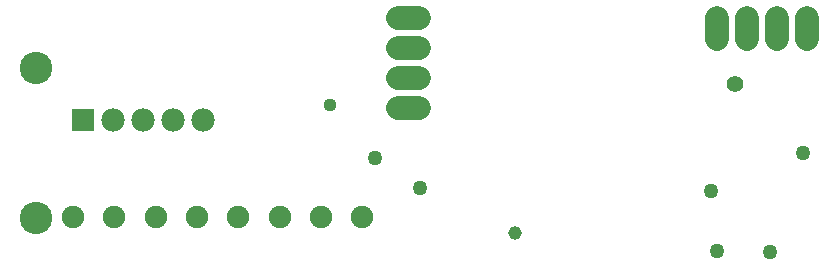
<source format=gbr>
G04 EAGLE Gerber RS-274X export*
G75*
%MOMM*%
%FSLAX34Y34*%
%LPD*%
%INSoldermask Bottom*%
%IPPOS*%
%AMOC8*
5,1,8,0,0,1.08239X$1,22.5*%
G01*
%ADD10R,1.981200X1.981200*%
%ADD11C,1.981200*%
%ADD12C,2.003200*%
%ADD13C,2.743200*%
%ADD14C,1.903200*%
%ADD15C,1.259600*%
%ADD16C,1.159600*%
%ADD17C,1.409600*%
%ADD18C,1.109600*%


D10*
X69850Y146050D03*
D11*
X95250Y146050D03*
X120650Y146050D03*
X146050Y146050D03*
X171450Y146050D03*
D12*
X607060Y214520D02*
X607060Y232520D01*
X632460Y232520D02*
X632460Y214520D01*
X657860Y214520D02*
X657860Y232520D01*
X683260Y232520D02*
X683260Y214520D01*
D13*
X30450Y63500D03*
X30450Y190500D03*
D14*
X61650Y63770D03*
X96650Y63770D03*
X131650Y63770D03*
X166650Y63770D03*
X201650Y63770D03*
X236650Y63770D03*
X271650Y63770D03*
X306650Y63770D03*
D12*
X336440Y156210D02*
X354440Y156210D01*
X354440Y181610D02*
X336440Y181610D01*
X336440Y207010D02*
X354440Y207010D01*
X354440Y232410D02*
X336440Y232410D01*
D15*
X651510Y34290D03*
D16*
X435610Y50800D03*
D15*
X317500Y114300D03*
X601980Y86360D03*
X355600Y88900D03*
D17*
X622300Y176530D03*
D15*
X607060Y35560D03*
X679450Y118110D03*
D18*
X279400Y158750D03*
M02*

</source>
